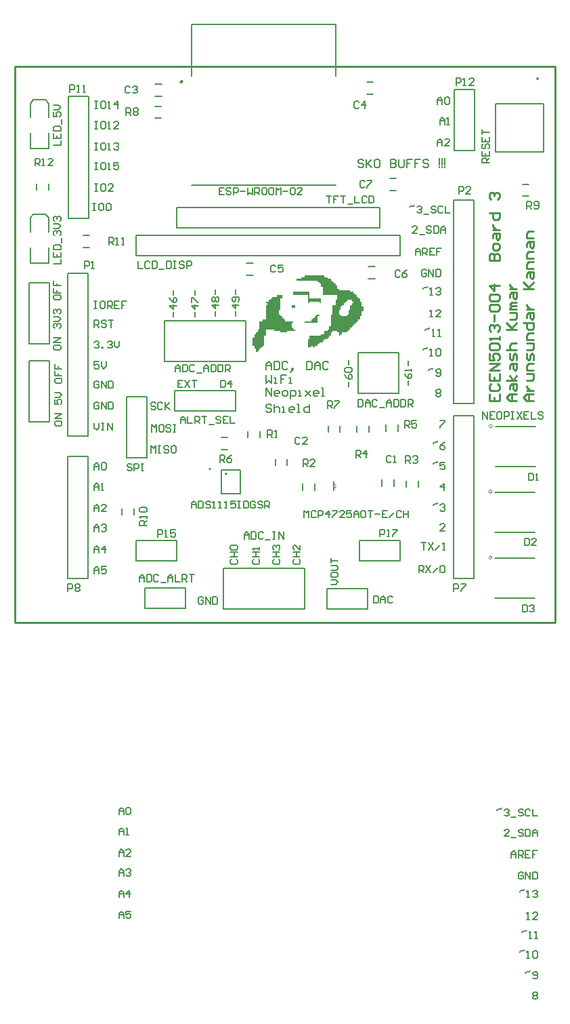
<source format=gto>
G04 Layer_Color=65535*
%FSLAX25Y25*%
%MOIN*%
G70*
G01*
G75*
%ADD20C,0.01000*%
%ADD30C,0.00787*%
%ADD31C,0.00000*%
%ADD32C,0.01575*%
%ADD33C,0.00600*%
%ADD34C,0.00500*%
%ADD35C,0.00700*%
G36*
X150000Y150400D02*
X149200D01*
Y149600D01*
Y148800D01*
Y148000D01*
Y147200D01*
X142800D01*
Y148000D01*
X146000D01*
Y148800D01*
X146800D01*
Y149600D01*
X147600D01*
Y150400D01*
X148400D01*
Y151200D01*
X150000D01*
Y150400D01*
D02*
G37*
G36*
X131600Y160000D02*
Y159200D01*
X130800D01*
Y158400D01*
Y157600D01*
Y156800D01*
Y156000D01*
Y155200D01*
Y154400D01*
Y153600D01*
X130000D01*
Y152800D01*
Y152000D01*
Y151200D01*
X130800D01*
Y150400D01*
X131600D01*
Y149600D01*
X132400D01*
Y148800D01*
X133200D01*
Y148000D01*
X137200D01*
Y147200D01*
X136400D01*
Y146400D01*
Y145600D01*
Y144800D01*
X137200D01*
Y144000D01*
X138000D01*
Y143200D01*
X134000D01*
Y142400D01*
X130800D01*
Y143200D01*
X127600D01*
Y144000D01*
X123600D01*
Y143200D01*
Y142400D01*
Y141600D01*
Y140800D01*
X122800D01*
Y140000D01*
Y139200D01*
Y138400D01*
Y137600D01*
Y136800D01*
Y136000D01*
X122000D01*
Y135200D01*
X121200D01*
Y134400D01*
X120400D01*
Y133600D01*
X119600D01*
Y132800D01*
X118800D01*
Y133600D01*
Y134400D01*
X118000D01*
Y135200D01*
Y136000D01*
X117200D01*
Y136800D01*
Y137600D01*
Y138400D01*
Y139200D01*
Y140000D01*
X118000D01*
Y140800D01*
Y141600D01*
X118800D01*
Y142400D01*
X119600D01*
Y143200D01*
Y144000D01*
X120400D01*
Y144800D01*
Y145600D01*
Y146400D01*
Y147200D01*
Y148000D01*
X122000D01*
Y148800D01*
X123600D01*
Y149600D01*
Y150400D01*
Y151200D01*
Y152000D01*
Y152800D01*
Y153600D01*
Y154400D01*
Y155200D01*
Y156000D01*
X124400D01*
Y156800D01*
X123600D01*
Y157600D01*
X125200D01*
Y158400D01*
X126000D01*
Y159200D01*
X126800D01*
Y160000D01*
X129200D01*
Y160800D01*
X131600D01*
Y160000D01*
D02*
G37*
G36*
X152400Y169600D02*
X154000D01*
Y168800D01*
X155600D01*
Y168000D01*
X156400D01*
Y167200D01*
X157200D01*
Y166400D01*
X158000D01*
Y165600D01*
X158800D01*
Y164800D01*
Y164000D01*
X159600D01*
Y163200D01*
X165200D01*
Y162400D01*
X166800D01*
Y161600D01*
X167600D01*
Y160800D01*
X168400D01*
Y160000D01*
X169200D01*
Y159200D01*
X170000D01*
Y158400D01*
Y157600D01*
X170800D01*
Y156800D01*
Y156000D01*
Y155200D01*
X171600D01*
Y154400D01*
Y153600D01*
Y152800D01*
X170800D01*
Y152000D01*
Y151200D01*
Y150400D01*
X170000D01*
Y149600D01*
Y148800D01*
X169200D01*
Y148000D01*
X168400D01*
Y147200D01*
X167600D01*
Y146400D01*
X166800D01*
Y145600D01*
X166000D01*
Y144800D01*
X165200D01*
Y144000D01*
X164400D01*
Y143200D01*
X163600D01*
Y142400D01*
X161200D01*
Y141600D01*
X160400D01*
Y140800D01*
X159600D01*
Y141600D01*
Y142400D01*
X158800D01*
Y143200D01*
X156400D01*
Y142400D01*
X155600D01*
Y141600D01*
Y140800D01*
X154800D01*
Y140000D01*
X154000D01*
Y139200D01*
X152400D01*
Y138400D01*
X151600D01*
Y137600D01*
X150000D01*
Y136800D01*
X149200D01*
Y136000D01*
X147600D01*
Y135200D01*
X146800D01*
Y136000D01*
X146000D01*
Y135200D01*
X144400D01*
Y136000D01*
Y136800D01*
Y137600D01*
Y138400D01*
Y139200D01*
X145200D01*
Y140000D01*
Y140800D01*
X150800D01*
Y141600D01*
X152400D01*
Y142400D01*
Y143200D01*
X154000D01*
Y144000D01*
X154800D01*
Y144800D01*
Y145600D01*
X155600D01*
Y146400D01*
Y147200D01*
Y148000D01*
Y148800D01*
Y149600D01*
Y150400D01*
Y151200D01*
X156400D01*
Y152000D01*
Y152800D01*
Y153600D01*
Y154400D01*
Y155200D01*
Y156000D01*
X158000D01*
Y156800D01*
Y157600D01*
Y158400D01*
X158800D01*
Y159200D01*
Y160000D01*
Y160800D01*
X151600D01*
Y161600D01*
Y162400D01*
Y163200D01*
Y164000D01*
Y164800D01*
X150800D01*
Y165600D01*
Y166400D01*
X150000D01*
Y167200D01*
X149200D01*
Y168000D01*
X138800D01*
Y168800D01*
X141200D01*
Y169600D01*
X142800D01*
Y170400D01*
X152400D01*
Y169600D01*
D02*
G37*
G36*
X145200Y161600D02*
Y160800D01*
Y160000D01*
Y159200D01*
X150800D01*
Y158400D01*
Y157600D01*
Y156800D01*
X150000D01*
Y157600D01*
X145200D01*
Y156800D01*
X144400D01*
Y157600D01*
Y158400D01*
Y159200D01*
Y160000D01*
Y160800D01*
X137200D01*
Y161600D01*
Y162400D01*
X145200D01*
Y161600D01*
D02*
G37*
G36*
X138000Y155200D02*
Y154400D01*
X136400D01*
Y155200D01*
Y156000D01*
X138000D01*
Y155200D01*
D02*
G37*
%LPC*%
G36*
X166000Y158400D02*
X163600D01*
Y157600D01*
X162800D01*
Y156800D01*
X162000D01*
Y156000D01*
X161200D01*
Y155200D01*
X160400D01*
Y154400D01*
Y153600D01*
X159600D01*
Y152800D01*
Y152000D01*
Y151200D01*
X160400D01*
Y150400D01*
X163600D01*
Y151200D01*
X164400D01*
Y152000D01*
Y152800D01*
Y153600D01*
X165200D01*
Y154400D01*
Y155200D01*
Y156000D01*
X166000D01*
Y156800D01*
X166800D01*
Y157600D01*
X166000D01*
Y158400D01*
D02*
G37*
%LPD*%
D20*
X233705Y112132D02*
Y108800D01*
X238704D01*
Y112132D01*
X236205Y108800D02*
Y110466D01*
X234539Y117131D02*
X233705Y116298D01*
Y114631D01*
X234539Y113798D01*
X237871D01*
X238704Y114631D01*
Y116298D01*
X237871Y117131D01*
X233705Y122129D02*
Y118797D01*
X238704D01*
Y122129D01*
X236205Y118797D02*
Y120463D01*
X238704Y123795D02*
X233705D01*
X238704Y127127D01*
X233705D01*
Y132126D02*
Y128794D01*
X236205D01*
X235372Y130460D01*
Y131293D01*
X236205Y132126D01*
X237871D01*
X238704Y131293D01*
Y129627D01*
X237871Y128794D01*
X234539Y133792D02*
X233705Y134625D01*
Y136291D01*
X234539Y137124D01*
X237871D01*
X238704Y136291D01*
Y134625D01*
X237871Y133792D01*
X234539D01*
X238704Y138790D02*
Y140456D01*
Y139623D01*
X233705D01*
X234539Y138790D01*
Y142956D02*
X233705Y143789D01*
Y145455D01*
X234539Y146288D01*
X235372D01*
X236205Y145455D01*
Y144622D01*
Y145455D01*
X237038Y146288D01*
X237871D01*
X238704Y145455D01*
Y143789D01*
X237871Y142956D01*
X236205Y147954D02*
Y151286D01*
X234539Y152952D02*
X233705Y153785D01*
Y155452D01*
X234539Y156285D01*
X237871D01*
X238704Y155452D01*
Y153785D01*
X237871Y152952D01*
X234539D01*
Y157951D02*
X233705Y158784D01*
Y160450D01*
X234539Y161283D01*
X237871D01*
X238704Y160450D01*
Y158784D01*
X237871Y157951D01*
X234539D01*
X238704Y165448D02*
X233705D01*
X236205Y162949D01*
Y166281D01*
X233705Y177944D02*
X238704D01*
Y180444D01*
X237871Y181277D01*
X237038D01*
X236205Y180444D01*
Y177944D01*
Y180444D01*
X235372Y181277D01*
X234539D01*
X233705Y180444D01*
Y177944D01*
X238704Y183776D02*
Y185442D01*
X237871Y186275D01*
X236205D01*
X235372Y185442D01*
Y183776D01*
X236205Y182943D01*
X237871D01*
X238704Y183776D01*
X235372Y188774D02*
Y190440D01*
X236205Y191273D01*
X238704D01*
Y188774D01*
X237871Y187941D01*
X237038Y188774D01*
Y191273D01*
X235372Y192939D02*
X238704D01*
X237038D01*
X236205Y193772D01*
X235372Y194606D01*
Y195439D01*
X233705Y201270D02*
X238704D01*
Y198771D01*
X237871Y197938D01*
X236205D01*
X235372Y198771D01*
Y201270D01*
X234539Y207934D02*
X233705Y208768D01*
Y210434D01*
X234539Y211267D01*
X235372D01*
X236205Y210434D01*
Y209601D01*
Y210434D01*
X237038Y211267D01*
X237871D01*
X238704Y210434D01*
Y208768D01*
X237871Y207934D01*
X247102Y108800D02*
X243770D01*
X242104Y110466D01*
X243770Y112132D01*
X247102D01*
X244603D01*
Y108800D01*
X243770Y114631D02*
Y116298D01*
X244603Y117131D01*
X247102D01*
Y114631D01*
X246269Y113798D01*
X245436Y114631D01*
Y117131D01*
X247102Y118797D02*
X242104D01*
X245436D02*
X243770Y121296D01*
X245436Y118797D02*
X247102Y121296D01*
X243770Y124628D02*
Y126294D01*
X244603Y127127D01*
X247102D01*
Y124628D01*
X246269Y123795D01*
X245436Y124628D01*
Y127127D01*
X247102Y128794D02*
Y131293D01*
X246269Y132126D01*
X245436Y131293D01*
Y129627D01*
X244603Y128794D01*
X243770Y129627D01*
Y132126D01*
X242104Y133792D02*
X247102D01*
X244603D01*
X243770Y134625D01*
Y136291D01*
X244603Y137124D01*
X247102D01*
X242104Y143789D02*
X247102D01*
X245436D01*
X242104Y147121D01*
X244603Y144622D01*
X247102Y147121D01*
X243770Y148787D02*
X246269D01*
X247102Y149620D01*
Y152119D01*
X243770D01*
X247102Y153785D02*
X243770D01*
Y154619D01*
X244603Y155452D01*
X247102D01*
X244603D01*
X243770Y156285D01*
X244603Y157118D01*
X247102D01*
X243770Y159617D02*
Y161283D01*
X244603Y162116D01*
X247102D01*
Y159617D01*
X246269Y158784D01*
X245436Y159617D01*
Y162116D01*
X243770Y163782D02*
X247102D01*
X245436D01*
X244603Y164615D01*
X243770Y165448D01*
Y166281D01*
X255500Y108800D02*
X252168D01*
X250502Y110466D01*
X252168Y112132D01*
X255500D01*
X253001D01*
Y108800D01*
X252168Y113798D02*
X255500D01*
X253834D01*
X253001Y114631D01*
X252168Y115464D01*
Y116298D01*
Y118797D02*
X254667D01*
X255500Y119630D01*
Y122129D01*
X252168D01*
X255500Y123795D02*
X252168D01*
Y126294D01*
X253001Y127127D01*
X255500D01*
Y128794D02*
Y131293D01*
X254667Y132126D01*
X253834Y131293D01*
Y129627D01*
X253001Y128794D01*
X252168Y129627D01*
Y132126D01*
Y133792D02*
X254667D01*
X255500Y134625D01*
Y137124D01*
X252168D01*
X255500Y138790D02*
X252168D01*
Y141289D01*
X253001Y142122D01*
X255500D01*
X250502Y147121D02*
X255500D01*
Y144622D01*
X254667Y143789D01*
X253001D01*
X252168Y144622D01*
Y147121D01*
Y149620D02*
Y151286D01*
X253001Y152119D01*
X255500D01*
Y149620D01*
X254667Y148787D01*
X253834Y149620D01*
Y152119D01*
X252168Y153785D02*
X255500D01*
X253834D01*
X253001Y154619D01*
X252168Y155452D01*
Y156285D01*
X250502Y163782D02*
X255500D01*
X253834D01*
X250502Y167114D01*
X253001Y164615D01*
X255500Y167114D01*
X252168Y169614D02*
Y171280D01*
X253001Y172113D01*
X255500D01*
Y169614D01*
X254667Y168781D01*
X253834Y169614D01*
Y172113D01*
X255500Y173779D02*
X252168D01*
Y176278D01*
X253001Y177111D01*
X255500D01*
Y178777D02*
X252168D01*
Y181277D01*
X253001Y182110D01*
X255500D01*
X252168Y184609D02*
Y186275D01*
X253001Y187108D01*
X255500D01*
Y184609D01*
X254667Y183776D01*
X253834Y184609D01*
Y187108D01*
X255500Y188774D02*
X252168D01*
Y191273D01*
X253001Y192106D01*
X255500D01*
X266200Y0D02*
Y273200D01*
X-100D02*
X266200D01*
X-100Y0D02*
Y273200D01*
Y0D02*
X266200D01*
D30*
X96483Y75399D02*
G03*
X96483Y75399I-319J0D01*
G01*
X104510Y73037D02*
G03*
X104510Y73037I-472J0D01*
G01*
X257748Y267216D02*
G03*
X257748Y267216I-394J0D01*
G01*
X180747Y67025D02*
Y70175D01*
X186653Y67025D02*
Y70175D01*
X188553Y94025D02*
Y97175D01*
X182647Y94025D02*
Y97175D01*
X147553Y64925D02*
Y68075D01*
X141647Y64925D02*
Y68075D01*
X154247Y93425D02*
Y96575D01*
X160153Y93425D02*
Y96575D01*
X59800Y180100D02*
X182300D01*
X189800D01*
Y190100D01*
X59800D02*
X189800D01*
X59800Y180100D02*
Y190100D01*
X179800Y193800D02*
Y203800D01*
X79800Y193800D02*
X179800D01*
X79800D02*
Y203800D01*
X87300D01*
X179800D01*
X101872Y63194D02*
Y75006D01*
Y63194D02*
X110928D01*
Y75006D01*
X101872D02*
X110928D01*
X249925Y209447D02*
X253075D01*
X249925Y215353D02*
X253075D01*
X113800Y128100D02*
Y148100D01*
X73800Y128100D02*
Y148100D01*
X113800D01*
X73800Y128100D02*
X113800D01*
X78600Y103800D02*
Y113800D01*
X108600D01*
Y103800D02*
Y113800D01*
X78600Y103800D02*
X108600D01*
X64000Y17000D02*
X84000D01*
X64000Y7000D02*
Y17000D01*
Y7000D02*
X84000D01*
Y17000D01*
X153600Y6400D02*
X173600D01*
Y16400D01*
X153600D02*
X173600D01*
X153600Y6400D02*
Y16400D01*
X142800Y6700D02*
Y26700D01*
X102800Y6700D02*
Y26700D01*
X142800D01*
X102800Y6700D02*
X142800D01*
X59800Y40100D02*
X79800D01*
X59800Y30100D02*
Y40100D01*
Y30100D02*
X79800D01*
Y40100D01*
X169800D02*
X189800D01*
X169800Y30100D02*
Y40100D01*
Y30100D02*
X189800D01*
Y40100D01*
X52847Y52740D02*
Y55890D01*
X58753Y52740D02*
Y55890D01*
X114210Y170647D02*
X117360D01*
X114210Y176553D02*
X117360D01*
X184725Y218253D02*
X187875D01*
X184725Y212347D02*
X187875D01*
X174125Y168947D02*
X177275D01*
X174125Y174853D02*
X177275D01*
X216500Y261900D02*
X226500D01*
Y231900D02*
Y261900D01*
X216500Y231900D02*
X226500D01*
X216500D02*
Y261900D01*
X198753Y66525D02*
Y69675D01*
X192847Y66525D02*
Y69675D01*
X128247Y77125D02*
Y80275D01*
X134153Y77125D02*
Y80275D01*
X101725Y84947D02*
X104875D01*
X101725Y90853D02*
X104875D01*
X120653Y90825D02*
Y93975D01*
X114747Y90825D02*
Y93975D01*
X169000Y112400D02*
X189000D01*
Y132400D01*
X169000Y112400D02*
Y132400D01*
X189000D01*
X68925Y253653D02*
X72075D01*
X68925Y247747D02*
X72075D01*
X69125Y258547D02*
X72275D01*
X69125Y264453D02*
X72275D01*
X174253Y93525D02*
Y96675D01*
X168347Y93525D02*
Y96675D01*
X26400Y198500D02*
Y258500D01*
X36400Y198500D02*
Y258500D01*
X26400D02*
X36400D01*
X26400Y198500D02*
X36400D01*
X36100Y91700D02*
Y171700D01*
X26100D02*
X36100D01*
X26100Y91700D02*
Y171700D01*
Y91700D02*
X36100D01*
X216100Y107700D02*
X226100D01*
X216100D02*
Y207700D01*
X226100D01*
Y200200D02*
Y207700D01*
Y107700D02*
Y200200D01*
X173225Y265453D02*
X176375D01*
X173225Y259547D02*
X176375D01*
X226100Y21700D02*
Y101700D01*
X216100D02*
X226100D01*
X216100Y21700D02*
Y101700D01*
Y21700D02*
X226100D01*
X26100D02*
Y81700D01*
X36100Y21700D02*
Y81700D01*
X26100D02*
X36100D01*
X26100Y21700D02*
X36100D01*
X55200Y80900D02*
X65200D01*
X55200D02*
Y110900D01*
X65200D01*
Y80900D02*
Y110900D01*
X16553Y212525D02*
Y215675D01*
X10647Y212525D02*
Y215675D01*
X16628Y232983D02*
Y240463D01*
X7572Y232983D02*
Y240463D01*
Y232983D02*
X16628D01*
X9147Y256998D02*
X15053D01*
X16628Y248337D02*
Y255030D01*
X7572D02*
X9147Y256998D01*
X15053D02*
X16628Y255030D01*
X7572Y248337D02*
Y255030D01*
X16628Y176683D02*
Y184163D01*
X7572Y176683D02*
Y184163D01*
Y176683D02*
X16628D01*
X9147Y200698D02*
X15053D01*
X16628Y192037D02*
Y198730D01*
X7572D02*
X9147Y200698D01*
X15053D02*
X16628Y198730D01*
X7572Y192037D02*
Y198730D01*
X7100Y98500D02*
X17100D01*
X7100D02*
Y128500D01*
X17100D01*
Y98500D02*
Y128500D01*
X7100Y136900D02*
X17100D01*
X7100D02*
Y166900D01*
X17100D01*
Y136900D02*
Y166900D01*
X33625Y190153D02*
X36775D01*
X33625Y184247D02*
X36775D01*
D31*
X156900Y65800D02*
G03*
X156900Y68200I0J1200D01*
G01*
X235168Y96457D02*
G03*
X235168Y96457I-787J0D01*
G01*
X235068Y31857D02*
G03*
X235068Y31857I-787J0D01*
G01*
Y64258D02*
G03*
X235068Y64258I-787J0D01*
G01*
D32*
X82146Y265791D02*
G03*
X82146Y265791I-197J0D01*
G01*
D33*
X156900Y64800D02*
Y65800D01*
Y68200D01*
Y69200D01*
D34*
X87067Y293744D02*
X157933D01*
Y268705D02*
Y293744D01*
X87067Y268705D02*
Y293744D01*
Y215004D02*
X157933D01*
X236689Y231189D02*
Y254811D01*
Y231189D02*
X260311D01*
Y254811D01*
X236689D02*
X260311D01*
X236557Y76457D02*
X256243D01*
X236557Y96143D02*
X256243D01*
X236457Y11857D02*
X256143D01*
X236457Y31543D02*
X256143D01*
X236457Y44257D02*
X256143D01*
X236457Y63943D02*
X256143D01*
X185333Y81416D02*
X184749Y81999D01*
X183583D01*
X183000Y81416D01*
Y79083D01*
X183583Y78500D01*
X184749D01*
X185333Y79083D01*
X186499Y78500D02*
X187665D01*
X187082D01*
Y81999D01*
X186499Y81416D01*
X140433Y90416D02*
X139849Y90999D01*
X138683D01*
X138100Y90416D01*
Y88083D01*
X138683Y87500D01*
X139849D01*
X140433Y88083D01*
X143931Y87500D02*
X141599D01*
X143931Y89833D01*
Y90416D01*
X143348Y90999D01*
X142182D01*
X141599Y90416D01*
X56733Y263016D02*
X56149Y263599D01*
X54983D01*
X54400Y263016D01*
Y260683D01*
X54983Y260100D01*
X56149D01*
X56733Y260683D01*
X57899Y263016D02*
X58482Y263599D01*
X59648D01*
X60231Y263016D01*
Y262433D01*
X59648Y261849D01*
X59065D01*
X59648D01*
X60231Y261266D01*
Y260683D01*
X59648Y260100D01*
X58482D01*
X57899Y260683D01*
X169533Y255516D02*
X168949Y256099D01*
X167783D01*
X167200Y255516D01*
Y253183D01*
X167783Y252600D01*
X168949D01*
X169533Y253183D01*
X172448Y252600D02*
Y256099D01*
X170699Y254349D01*
X173031D01*
X128433Y175016D02*
X127849Y175599D01*
X126683D01*
X126100Y175016D01*
Y172683D01*
X126683Y172100D01*
X127849D01*
X128433Y172683D01*
X131931Y175599D02*
X129599D01*
Y173849D01*
X130765Y174433D01*
X131348D01*
X131931Y173849D01*
Y172683D01*
X131348Y172100D01*
X130182D01*
X129599Y172683D01*
X189633Y172616D02*
X189049Y173199D01*
X187883D01*
X187300Y172616D01*
Y170283D01*
X187883Y169700D01*
X189049D01*
X189633Y170283D01*
X193131Y173199D02*
X191965Y172616D01*
X190799Y171449D01*
Y170283D01*
X191382Y169700D01*
X192548D01*
X193131Y170283D01*
Y170866D01*
X192548Y171449D01*
X190799D01*
X172333Y216516D02*
X171749Y217099D01*
X170583D01*
X170000Y216516D01*
Y214183D01*
X170583Y213600D01*
X171749D01*
X172333Y214183D01*
X173499Y217099D02*
X175831D01*
Y216516D01*
X173499Y214183D01*
Y213600D01*
X253100Y73299D02*
Y69800D01*
X254849D01*
X255433Y70383D01*
Y72716D01*
X254849Y73299D01*
X253100D01*
X256599Y69800D02*
X257765D01*
X257182D01*
Y73299D01*
X256599Y72716D01*
X251000Y41299D02*
Y37800D01*
X252749D01*
X253333Y38383D01*
Y40716D01*
X252749Y41299D01*
X251000D01*
X256831Y37800D02*
X254499D01*
X256831Y40133D01*
Y40716D01*
X256248Y41299D01*
X255082D01*
X254499Y40716D01*
X249900Y8599D02*
Y5100D01*
X251649D01*
X252233Y5683D01*
Y8016D01*
X251649Y8599D01*
X249900D01*
X253399Y8016D02*
X253982Y8599D01*
X255148D01*
X255731Y8016D01*
Y7433D01*
X255148Y6849D01*
X254565D01*
X255148D01*
X255731Y6266D01*
Y5683D01*
X255148Y5100D01*
X253982D01*
X253399Y5683D01*
X34300Y173900D02*
Y177399D01*
X36049D01*
X36633Y176816D01*
Y175649D01*
X36049Y175066D01*
X34300D01*
X37799Y173900D02*
X38965D01*
X38382D01*
Y177399D01*
X37799Y176816D01*
X218700Y210700D02*
Y214199D01*
X220449D01*
X221033Y213616D01*
Y212449D01*
X220449Y211866D01*
X218700D01*
X224531Y210700D02*
X222199D01*
X224531Y213033D01*
Y213616D01*
X223948Y214199D01*
X222782D01*
X222199Y213616D01*
X61400Y20000D02*
Y22333D01*
X62566Y23499D01*
X63733Y22333D01*
Y20000D01*
Y21749D01*
X61400D01*
X64899Y23499D02*
Y20000D01*
X66648D01*
X67231Y20583D01*
Y22916D01*
X66648Y23499D01*
X64899D01*
X70730Y22916D02*
X70147Y23499D01*
X68981D01*
X68398Y22916D01*
Y20583D01*
X68981Y20000D01*
X70147D01*
X70730Y20583D01*
X71897Y19417D02*
X74229D01*
X75396Y20000D02*
Y22333D01*
X76562Y23499D01*
X77728Y22333D01*
Y20000D01*
Y21749D01*
X75396D01*
X78894Y23499D02*
Y20000D01*
X81227D01*
X82393D02*
Y23499D01*
X84143D01*
X84726Y22916D01*
Y21749D01*
X84143Y21166D01*
X82393D01*
X83560D02*
X84726Y20000D01*
X85892Y23499D02*
X88225D01*
X87058D01*
Y20000D01*
X176700Y12899D02*
Y9400D01*
X178449D01*
X179033Y9983D01*
Y12316D01*
X178449Y12899D01*
X176700D01*
X180199Y9400D02*
Y11733D01*
X181365Y12899D01*
X182531Y11733D01*
Y9400D01*
Y11149D01*
X180199D01*
X186030Y12316D02*
X185447Y12899D01*
X184281D01*
X183698Y12316D01*
Y9983D01*
X184281Y9400D01*
X185447D01*
X186030Y9983D01*
X113000Y41000D02*
Y43333D01*
X114166Y44499D01*
X115333Y43333D01*
Y41000D01*
Y42749D01*
X113000D01*
X116499Y44499D02*
Y41000D01*
X118248D01*
X118831Y41583D01*
Y43916D01*
X118248Y44499D01*
X116499D01*
X122330Y43916D02*
X121747Y44499D01*
X120581D01*
X119998Y43916D01*
Y41583D01*
X120581Y41000D01*
X121747D01*
X122330Y41583D01*
X123497Y40417D02*
X125829D01*
X126996Y44499D02*
X128162D01*
X127579D01*
Y41000D01*
X126996D01*
X128162D01*
X129911D02*
Y44499D01*
X132244Y41000D01*
Y44499D01*
X81700Y97800D02*
Y100133D01*
X82866Y101299D01*
X84033Y100133D01*
Y97800D01*
Y99549D01*
X81700D01*
X85199Y101299D02*
Y97800D01*
X87531D01*
X88698D02*
Y101299D01*
X90447D01*
X91030Y100716D01*
Y99549D01*
X90447Y98966D01*
X88698D01*
X89864D02*
X91030Y97800D01*
X92197Y101299D02*
X94529D01*
X93363D01*
Y97800D01*
X95696Y97217D02*
X98028D01*
X101527Y100716D02*
X100944Y101299D01*
X99778D01*
X99194Y100716D01*
Y100133D01*
X99778Y99549D01*
X100944D01*
X101527Y98966D01*
Y98383D01*
X100944Y97800D01*
X99778D01*
X99194Y98383D01*
X105026Y101299D02*
X102693D01*
Y97800D01*
X105026D01*
X102693Y99549D02*
X103859D01*
X106192Y101299D02*
Y97800D01*
X108525D01*
X216200Y15300D02*
Y18799D01*
X217949D01*
X218533Y18216D01*
Y17049D01*
X217949Y16466D01*
X216200D01*
X219699Y18799D02*
X222031D01*
Y18216D01*
X219699Y15883D01*
Y15300D01*
X26200D02*
Y18799D01*
X27949D01*
X28533Y18216D01*
Y17049D01*
X27949Y16466D01*
X26200D01*
X29699Y18216D02*
X30282Y18799D01*
X31448D01*
X32032Y18216D01*
Y17633D01*
X31448Y17049D01*
X32032Y16466D01*
Y15883D01*
X31448Y15300D01*
X30282D01*
X29699Y15883D01*
Y16466D01*
X30282Y17049D01*
X29699Y17633D01*
Y18216D01*
X30282Y17049D02*
X31448D01*
X169100Y109499D02*
Y106000D01*
X170849D01*
X171433Y106583D01*
Y108916D01*
X170849Y109499D01*
X169100D01*
X172599Y106000D02*
Y108333D01*
X173765Y109499D01*
X174931Y108333D01*
Y106000D01*
Y107749D01*
X172599D01*
X178430Y108916D02*
X177847Y109499D01*
X176681D01*
X176098Y108916D01*
Y106583D01*
X176681Y106000D01*
X177847D01*
X178430Y106583D01*
X179597Y105417D02*
X181929D01*
X183096Y106000D02*
Y108333D01*
X184262Y109499D01*
X185428Y108333D01*
Y106000D01*
Y107749D01*
X183096D01*
X186594Y109499D02*
Y106000D01*
X188344D01*
X188927Y106583D01*
Y108916D01*
X188344Y109499D01*
X186594D01*
X190093D02*
Y106000D01*
X191843D01*
X192426Y106583D01*
Y108916D01*
X191843Y109499D01*
X190093D01*
X193592Y106000D02*
Y109499D01*
X195342D01*
X195925Y108916D01*
Y107749D01*
X195342Y107166D01*
X193592D01*
X194758D02*
X195925Y106000D01*
X79200Y123200D02*
Y125533D01*
X80366Y126699D01*
X81533Y125533D01*
Y123200D01*
Y124949D01*
X79200D01*
X82699Y126699D02*
Y123200D01*
X84448D01*
X85031Y123783D01*
Y126116D01*
X84448Y126699D01*
X82699D01*
X88530Y126116D02*
X87947Y126699D01*
X86781D01*
X86198Y126116D01*
Y123783D01*
X86781Y123200D01*
X87947D01*
X88530Y123783D01*
X89697Y122617D02*
X92029D01*
X93195Y123200D02*
Y125533D01*
X94362Y126699D01*
X95528Y125533D01*
Y123200D01*
Y124949D01*
X93195D01*
X96694Y126699D02*
Y123200D01*
X98444D01*
X99027Y123783D01*
Y126116D01*
X98444Y126699D01*
X96694D01*
X100193D02*
Y123200D01*
X101943D01*
X102526Y123783D01*
Y126116D01*
X101943Y126699D01*
X100193D01*
X103692Y123200D02*
Y126699D01*
X105441D01*
X106025Y126116D01*
Y124949D01*
X105441Y124366D01*
X103692D01*
X104858D02*
X106025Y123200D01*
X27200Y260600D02*
Y264099D01*
X28949D01*
X29533Y263516D01*
Y262349D01*
X28949Y261766D01*
X27200D01*
X30699Y260600D02*
X31865D01*
X31282D01*
Y264099D01*
X30699Y263516D01*
X33615Y260600D02*
X34781D01*
X34198D01*
Y264099D01*
X33615Y263516D01*
X217300Y264000D02*
Y267499D01*
X219049D01*
X219633Y266916D01*
Y265749D01*
X219049Y265166D01*
X217300D01*
X220799Y264000D02*
X221965D01*
X221382D01*
Y267499D01*
X220799Y266916D01*
X226047Y264000D02*
X223715D01*
X226047Y266333D01*
Y266916D01*
X225464Y267499D01*
X224298D01*
X223715Y266916D01*
X57633Y77416D02*
X57049Y77999D01*
X55883D01*
X55300Y77416D01*
Y76833D01*
X55883Y76249D01*
X57049D01*
X57633Y75666D01*
Y75083D01*
X57049Y74500D01*
X55883D01*
X55300Y75083D01*
X58799Y74500D02*
Y77999D01*
X60548D01*
X61131Y77416D01*
Y76249D01*
X60548Y75666D01*
X58799D01*
X62298Y77999D02*
X63464D01*
X62881D01*
Y74500D01*
X62298D01*
X63464D01*
X60700Y177499D02*
Y174000D01*
X63033D01*
X66531Y176916D02*
X65948Y177499D01*
X64782D01*
X64199Y176916D01*
Y174583D01*
X64782Y174000D01*
X65948D01*
X66531Y174583D01*
X67698Y177499D02*
Y174000D01*
X69447D01*
X70030Y174583D01*
Y176916D01*
X69447Y177499D01*
X67698D01*
X71197Y173417D02*
X73529D01*
X74695Y177499D02*
Y174000D01*
X76445D01*
X77028Y174583D01*
Y176916D01*
X76445Y177499D01*
X74695D01*
X78194D02*
X79361D01*
X78777D01*
Y174000D01*
X78194D01*
X79361D01*
X83443Y176916D02*
X82859Y177499D01*
X81693D01*
X81110Y176916D01*
Y176333D01*
X81693Y175749D01*
X82859D01*
X83443Y175166D01*
Y174583D01*
X82859Y174000D01*
X81693D01*
X81110Y174583D01*
X84609Y174000D02*
Y177499D01*
X86358D01*
X86941Y176916D01*
Y175749D01*
X86358Y175166D01*
X84609D01*
X70400Y41900D02*
Y45399D01*
X72149D01*
X72733Y44816D01*
Y43649D01*
X72149Y43066D01*
X70400D01*
X73899Y41900D02*
X75065D01*
X74482D01*
Y45399D01*
X73899Y44816D01*
X79147Y45399D02*
X76815D01*
Y43649D01*
X77981Y44233D01*
X78564D01*
X79147Y43649D01*
Y42483D01*
X78564Y41900D01*
X77398D01*
X76815Y42483D01*
X153400Y209599D02*
X155733D01*
X154566D01*
Y206100D01*
X159231Y209599D02*
X156899D01*
Y207849D01*
X158065D01*
X156899D01*
Y206100D01*
X160398Y209599D02*
X162730D01*
X161564D01*
Y206100D01*
X163897Y205517D02*
X166229D01*
X167395Y209599D02*
Y206100D01*
X169728D01*
X173227Y209016D02*
X172644Y209599D01*
X171477D01*
X170894Y209016D01*
Y206683D01*
X171477Y206100D01*
X172644D01*
X173227Y206683D01*
X174393Y209599D02*
Y206100D01*
X176143D01*
X176726Y206683D01*
Y209016D01*
X176143Y209599D01*
X174393D01*
X179800Y42200D02*
Y45699D01*
X181549D01*
X182133Y45116D01*
Y43949D01*
X181549Y43366D01*
X179800D01*
X183299Y42200D02*
X184465D01*
X183882D01*
Y45699D01*
X183299Y45116D01*
X186215Y45699D02*
X188547D01*
Y45116D01*
X186215Y42783D01*
Y42200D01*
X124500Y90900D02*
Y94399D01*
X126249D01*
X126833Y93816D01*
Y92649D01*
X126249Y92066D01*
X124500D01*
X125666D02*
X126833Y90900D01*
X127999D02*
X129165D01*
X128582D01*
Y94399D01*
X127999Y93816D01*
X141900Y76600D02*
Y80099D01*
X143649D01*
X144233Y79516D01*
Y78349D01*
X143649Y77766D01*
X141900D01*
X143066D02*
X144233Y76600D01*
X147731D02*
X145399D01*
X147731Y78933D01*
Y79516D01*
X147148Y80099D01*
X145982D01*
X145399Y79516D01*
X192400Y78300D02*
Y81799D01*
X194149D01*
X194733Y81216D01*
Y80049D01*
X194149Y79466D01*
X192400D01*
X193566D02*
X194733Y78300D01*
X195899Y81216D02*
X196482Y81799D01*
X197648D01*
X198231Y81216D01*
Y80633D01*
X197648Y80049D01*
X197065D01*
X197648D01*
X198231Y79466D01*
Y78883D01*
X197648Y78300D01*
X196482D01*
X195899Y78883D01*
X167900Y81000D02*
Y84499D01*
X169649D01*
X170233Y83916D01*
Y82749D01*
X169649Y82166D01*
X167900D01*
X169066D02*
X170233Y81000D01*
X173148D02*
Y84499D01*
X171399Y82749D01*
X173731D01*
X192000Y95600D02*
Y99099D01*
X193749D01*
X194333Y98516D01*
Y97349D01*
X193749Y96766D01*
X192000D01*
X193166D02*
X194333Y95600D01*
X197831Y99099D02*
X195499D01*
Y97349D01*
X196665Y97933D01*
X197248D01*
X197831Y97349D01*
Y96183D01*
X197248Y95600D01*
X196082D01*
X195499Y96183D01*
X101000Y78700D02*
Y82199D01*
X102749D01*
X103333Y81616D01*
Y80449D01*
X102749Y79866D01*
X101000D01*
X102166D02*
X103333Y78700D01*
X106831Y82199D02*
X105665Y81616D01*
X104499Y80449D01*
Y79283D01*
X105082Y78700D01*
X106248D01*
X106831Y79283D01*
Y79866D01*
X106248Y80449D01*
X104499D01*
X154000Y105300D02*
Y108799D01*
X155749D01*
X156333Y108216D01*
Y107049D01*
X155749Y106466D01*
X154000D01*
X155166D02*
X156333Y105300D01*
X157499Y108799D02*
X159831D01*
Y108216D01*
X157499Y105883D01*
Y105300D01*
X54800Y249300D02*
Y252799D01*
X56549D01*
X57133Y252216D01*
Y251049D01*
X56549Y250466D01*
X54800D01*
X55966D02*
X57133Y249300D01*
X58299Y252216D02*
X58882Y252799D01*
X60048D01*
X60631Y252216D01*
Y251633D01*
X60048Y251049D01*
X60631Y250466D01*
Y249883D01*
X60048Y249300D01*
X58882D01*
X58299Y249883D01*
Y250466D01*
X58882Y251049D01*
X58299Y251633D01*
Y252216D01*
X58882Y251049D02*
X60048D01*
X252100Y203300D02*
Y206799D01*
X253849D01*
X254433Y206216D01*
Y205049D01*
X253849Y204466D01*
X252100D01*
X253266D02*
X254433Y203300D01*
X255599Y203883D02*
X256182Y203300D01*
X257348D01*
X257931Y203883D01*
Y206216D01*
X257348Y206799D01*
X256182D01*
X255599Y206216D01*
Y205633D01*
X256182Y205049D01*
X257931D01*
X65000Y47700D02*
X61501D01*
Y49449D01*
X62084Y50033D01*
X63251D01*
X63834Y49449D01*
Y47700D01*
Y48866D02*
X65000Y50033D01*
Y51199D02*
Y52365D01*
Y51782D01*
X61501D01*
X62084Y51199D01*
Y54115D02*
X61501Y54698D01*
Y55864D01*
X62084Y56447D01*
X64417D01*
X65000Y55864D01*
Y54698D01*
X64417Y54115D01*
X62084D01*
X233600Y225800D02*
X230101D01*
Y227549D01*
X230684Y228133D01*
X231851D01*
X232434Y227549D01*
Y225800D01*
Y226966D02*
X233600Y228133D01*
X230101Y231631D02*
Y229299D01*
X233600D01*
Y231631D01*
X231851Y229299D02*
Y230465D01*
X230684Y235130D02*
X230101Y234547D01*
Y233381D01*
X230684Y232798D01*
X231267D01*
X231851Y233381D01*
Y234547D01*
X232434Y235130D01*
X233017D01*
X233600Y234547D01*
Y233381D01*
X233017Y232798D01*
X230101Y238629D02*
Y236297D01*
X233600D01*
Y238629D01*
X231851Y236297D02*
Y237463D01*
X230101Y239795D02*
Y242128D01*
Y240962D01*
X233600D01*
X142400Y51400D02*
Y54899D01*
X143566Y53733D01*
X144733Y54899D01*
Y51400D01*
X148231Y54316D02*
X147648Y54899D01*
X146482D01*
X145899Y54316D01*
Y51983D01*
X146482Y51400D01*
X147648D01*
X148231Y51983D01*
X149398Y51400D02*
Y54899D01*
X151147D01*
X151730Y54316D01*
Y53149D01*
X151147Y52566D01*
X149398D01*
X154646Y51400D02*
Y54899D01*
X152897Y53149D01*
X155229D01*
X156395Y54899D02*
X158728D01*
Y54316D01*
X156395Y51983D01*
Y51400D01*
X162227D02*
X159894D01*
X162227Y53733D01*
Y54316D01*
X161644Y54899D01*
X160477D01*
X159894Y54316D01*
X165726Y54899D02*
X163393D01*
Y53149D01*
X164559Y53733D01*
X165143D01*
X165726Y53149D01*
Y51983D01*
X165143Y51400D01*
X163976D01*
X163393Y51983D01*
X166892Y51400D02*
Y53733D01*
X168058Y54899D01*
X169225Y53733D01*
Y51400D01*
Y53149D01*
X166892D01*
X170391Y54316D02*
X170974Y54899D01*
X172140D01*
X172723Y54316D01*
Y51983D01*
X172140Y51400D01*
X170974D01*
X170391Y51983D01*
Y54316D01*
X173890Y54899D02*
X176222D01*
X175056D01*
Y51400D01*
X177389Y53149D02*
X179721D01*
X183220Y54899D02*
X180888D01*
Y51400D01*
X183220D01*
X180888Y53149D02*
X182054D01*
X184386Y51400D02*
X186719Y53733D01*
X190218Y54316D02*
X189635Y54899D01*
X188469D01*
X187885Y54316D01*
Y51983D01*
X188469Y51400D01*
X189635D01*
X190218Y51983D01*
X191384Y54899D02*
Y51400D01*
Y53149D01*
X193717D01*
Y54899D01*
Y51400D01*
X87000Y56100D02*
Y58433D01*
X88166Y59599D01*
X89333Y58433D01*
Y56100D01*
Y57849D01*
X87000D01*
X90499Y59599D02*
Y56100D01*
X92248D01*
X92831Y56683D01*
Y59016D01*
X92248Y59599D01*
X90499D01*
X96330Y59016D02*
X95747Y59599D01*
X94581D01*
X93998Y59016D01*
Y58433D01*
X94581Y57849D01*
X95747D01*
X96330Y57266D01*
Y56683D01*
X95747Y56100D01*
X94581D01*
X93998Y56683D01*
X97497Y56100D02*
X98663D01*
X98080D01*
Y59599D01*
X97497Y59016D01*
X100412Y56100D02*
X101579D01*
X100996D01*
Y59599D01*
X100412Y59016D01*
X103328Y56100D02*
X104494D01*
X103911D01*
Y59599D01*
X103328Y59016D01*
X108576Y59599D02*
X106244D01*
Y57849D01*
X107410Y58433D01*
X107993D01*
X108576Y57849D01*
Y56683D01*
X107993Y56100D01*
X106827D01*
X106244Y56683D01*
X109743Y59599D02*
X110909D01*
X110326D01*
Y56100D01*
X109743D01*
X110909D01*
X112658Y59599D02*
Y56100D01*
X114408D01*
X114991Y56683D01*
Y59016D01*
X114408Y59599D01*
X112658D01*
X118490Y59016D02*
X117907Y59599D01*
X116740D01*
X116157Y59016D01*
Y56683D01*
X116740Y56100D01*
X117907D01*
X118490Y56683D01*
Y57849D01*
X117324D01*
X121989Y59016D02*
X121405Y59599D01*
X120239D01*
X119656Y59016D01*
Y58433D01*
X120239Y57849D01*
X121405D01*
X121989Y57266D01*
Y56683D01*
X121405Y56100D01*
X120239D01*
X119656Y56683D01*
X123155Y56100D02*
Y59599D01*
X124904D01*
X125488Y59016D01*
Y57849D01*
X124904Y57266D01*
X123155D01*
X124321D02*
X125488Y56100D01*
X103033Y213699D02*
X100700D01*
Y210200D01*
X103033D01*
X100700Y211949D02*
X101866D01*
X106531Y213116D02*
X105948Y213699D01*
X104782D01*
X104199Y213116D01*
Y212533D01*
X104782Y211949D01*
X105948D01*
X106531Y211366D01*
Y210783D01*
X105948Y210200D01*
X104782D01*
X104199Y210783D01*
X107698Y210200D02*
Y213699D01*
X109447D01*
X110030Y213116D01*
Y211949D01*
X109447Y211366D01*
X107698D01*
X111197Y211949D02*
X113529D01*
X114696Y213699D02*
Y210200D01*
X115862Y211366D01*
X117028Y210200D01*
Y213699D01*
X118194Y210200D02*
Y213699D01*
X119944D01*
X120527Y213116D01*
Y211949D01*
X119944Y211366D01*
X118194D01*
X119361D02*
X120527Y210200D01*
X123443Y213699D02*
X122276D01*
X121693Y213116D01*
Y210783D01*
X122276Y210200D01*
X123443D01*
X124026Y210783D01*
Y213116D01*
X123443Y213699D01*
X126942D02*
X125775D01*
X125192Y213116D01*
Y210783D01*
X125775Y210200D01*
X126942D01*
X127525Y210783D01*
Y213116D01*
X126942Y213699D01*
X128691Y210200D02*
Y213699D01*
X129857Y212533D01*
X131024Y213699D01*
Y210200D01*
X132190Y211949D02*
X134522D01*
X135689Y213116D02*
X136272Y213699D01*
X137438D01*
X138021Y213116D01*
Y210783D01*
X137438Y210200D01*
X136272D01*
X135689Y210783D01*
Y213116D01*
X141520Y210200D02*
X139188D01*
X141520Y212533D01*
Y213116D01*
X140937Y213699D01*
X139771D01*
X139188Y213116D01*
X19101Y176100D02*
X22600D01*
Y178433D01*
X19101Y181931D02*
Y179599D01*
X22600D01*
Y181931D01*
X20851Y179599D02*
Y180765D01*
X19101Y183098D02*
X22600D01*
Y184847D01*
X22017Y185430D01*
X19684D01*
X19101Y184847D01*
Y183098D01*
X23183Y186597D02*
Y188929D01*
X19684Y190095D02*
X19101Y190679D01*
Y191845D01*
X19684Y192428D01*
X20267D01*
X20851Y191845D01*
Y191262D01*
Y191845D01*
X21434Y192428D01*
X22017D01*
X22600Y191845D01*
Y190679D01*
X22017Y190095D01*
X19101Y193594D02*
X21434D01*
X22600Y194761D01*
X21434Y195927D01*
X19101D01*
X19684Y197093D02*
X19101Y197676D01*
Y198843D01*
X19684Y199426D01*
X20267D01*
X20851Y198843D01*
Y198259D01*
Y198843D01*
X21434Y199426D01*
X22017D01*
X22600Y198843D01*
Y197676D01*
X22017Y197093D01*
X19101Y234500D02*
X22600D01*
Y236833D01*
X19101Y240331D02*
Y237999D01*
X22600D01*
Y240331D01*
X20851Y237999D02*
Y239165D01*
X19101Y241498D02*
X22600D01*
Y243247D01*
X22017Y243830D01*
X19684D01*
X19101Y243247D01*
Y241498D01*
X23183Y244997D02*
Y247329D01*
X19101Y250828D02*
Y248496D01*
X20851D01*
X20267Y249662D01*
Y250245D01*
X20851Y250828D01*
X22017D01*
X22600Y250245D01*
Y249079D01*
X22017Y248496D01*
X19101Y251994D02*
X21434D01*
X22600Y253161D01*
X21434Y254327D01*
X19101D01*
X46300Y185700D02*
Y189199D01*
X48049D01*
X48633Y188616D01*
Y187449D01*
X48049Y186866D01*
X46300D01*
X47466D02*
X48633Y185700D01*
X49799D02*
X50965D01*
X50382D01*
Y189199D01*
X49799Y188616D01*
X52715Y185700D02*
X53881D01*
X53298D01*
Y189199D01*
X52715Y188616D01*
X10000Y224500D02*
Y227999D01*
X11749D01*
X12333Y227416D01*
Y226249D01*
X11749Y225666D01*
X10000D01*
X11166D02*
X12333Y224500D01*
X13499D02*
X14665D01*
X14082D01*
Y227999D01*
X13499Y227416D01*
X18747Y224500D02*
X16415D01*
X18747Y226833D01*
Y227416D01*
X18164Y227999D01*
X16998D01*
X16415Y227416D01*
X19701Y98449D02*
Y97283D01*
X20284Y96700D01*
X22617D01*
X23200Y97283D01*
Y98449D01*
X22617Y99033D01*
X20284D01*
X19701Y98449D01*
X23200Y100199D02*
X19701D01*
X23200Y102531D01*
X19701D01*
Y109529D02*
Y107197D01*
X21451D01*
X20867Y108363D01*
Y108946D01*
X21451Y109529D01*
X22617D01*
X23200Y108946D01*
Y107780D01*
X22617Y107197D01*
X19701Y110696D02*
X22034D01*
X23200Y111862D01*
X22034Y113028D01*
X19701D01*
Y119443D02*
Y118276D01*
X20284Y117693D01*
X22617D01*
X23200Y118276D01*
Y119443D01*
X22617Y120026D01*
X20284D01*
X19701Y119443D01*
Y123525D02*
Y121192D01*
X21451D01*
Y122358D01*
Y121192D01*
X23200D01*
X19701Y127023D02*
Y124691D01*
X21451D01*
Y125857D01*
Y124691D01*
X23200D01*
X19101Y135749D02*
Y134583D01*
X19684Y134000D01*
X22017D01*
X22600Y134583D01*
Y135749D01*
X22017Y136333D01*
X19684D01*
X19101Y135749D01*
X22600Y137499D02*
X19101D01*
X22600Y139831D01*
X19101D01*
X19684Y144497D02*
X19101Y145080D01*
Y146246D01*
X19684Y146829D01*
X20267D01*
X20851Y146246D01*
Y145663D01*
Y146246D01*
X21434Y146829D01*
X22017D01*
X22600Y146246D01*
Y145080D01*
X22017Y144497D01*
X19101Y147995D02*
X21434D01*
X22600Y149162D01*
X21434Y150328D01*
X19101D01*
X19684Y151494D02*
X19101Y152077D01*
Y153244D01*
X19684Y153827D01*
X20267D01*
X20851Y153244D01*
Y152661D01*
Y153244D01*
X21434Y153827D01*
X22017D01*
X22600Y153244D01*
Y152077D01*
X22017Y151494D01*
X19101Y160241D02*
Y159075D01*
X19684Y158492D01*
X22017D01*
X22600Y159075D01*
Y160241D01*
X22017Y160825D01*
X19684D01*
X19101Y160241D01*
Y164323D02*
Y161991D01*
X20851D01*
Y163157D01*
Y161991D01*
X22600D01*
X19101Y167822D02*
Y165490D01*
X20851D01*
Y166656D01*
Y165490D01*
X22600D01*
X230400Y100000D02*
Y103499D01*
X232733Y100000D01*
Y103499D01*
X236231D02*
X233899D01*
Y100000D01*
X236231D01*
X233899Y101749D02*
X235065D01*
X239147Y103499D02*
X237981D01*
X237398Y102916D01*
Y100583D01*
X237981Y100000D01*
X239147D01*
X239730Y100583D01*
Y102916D01*
X239147Y103499D01*
X240897Y100000D02*
Y103499D01*
X242646D01*
X243229Y102916D01*
Y101749D01*
X242646Y101166D01*
X240897D01*
X244395Y103499D02*
X245562D01*
X244979D01*
Y100000D01*
X244395D01*
X245562D01*
X247311Y103499D02*
X249644Y100000D01*
Y103499D02*
X247311Y100000D01*
X253143Y103499D02*
X250810D01*
Y100000D01*
X253143D01*
X250810Y101749D02*
X251976D01*
X254309Y103499D02*
Y100000D01*
X256642D01*
X260140Y102916D02*
X259557Y103499D01*
X258391D01*
X257808Y102916D01*
Y102333D01*
X258391Y101749D01*
X259557D01*
X260140Y101166D01*
Y100583D01*
X259557Y100000D01*
X258391D01*
X257808Y100583D01*
X208200Y254700D02*
Y257033D01*
X209366Y258199D01*
X210533Y257033D01*
Y254700D01*
Y256449D01*
X208200D01*
X211699Y257616D02*
X212282Y258199D01*
X213448D01*
X214031Y257616D01*
Y255283D01*
X213448Y254700D01*
X212282D01*
X211699Y255283D01*
Y257616D01*
X209366Y244700D02*
Y247033D01*
X210533Y248199D01*
X211699Y247033D01*
Y244700D01*
Y246449D01*
X209366D01*
X212865Y244700D02*
X214031D01*
X213448D01*
Y248199D01*
X212865Y247616D01*
X208200Y234200D02*
Y236533D01*
X209366Y237699D01*
X210533Y236533D01*
Y234200D01*
Y235949D01*
X208200D01*
X214031Y234200D02*
X211699D01*
X214031Y236533D01*
Y237116D01*
X213448Y237699D01*
X212282D01*
X211699Y237116D01*
X39500Y256199D02*
X40666D01*
X40083D01*
Y252700D01*
X39500D01*
X40666D01*
X44165Y256199D02*
X42999D01*
X42416Y255616D01*
Y253283D01*
X42999Y252700D01*
X44165D01*
X44748Y253283D01*
Y255616D01*
X44165Y256199D01*
X45915Y252700D02*
X47081D01*
X46498D01*
Y256199D01*
X45915Y255616D01*
X50580Y252700D02*
Y256199D01*
X48830Y254449D01*
X51163D01*
X39500Y246199D02*
X40666D01*
X40083D01*
Y242700D01*
X39500D01*
X40666D01*
X44165Y246199D02*
X42999D01*
X42416Y245616D01*
Y243283D01*
X42999Y242700D01*
X44165D01*
X44748Y243283D01*
Y245616D01*
X44165Y246199D01*
X45915Y242700D02*
X47081D01*
X46498D01*
Y246199D01*
X45915Y245616D01*
X51163Y242700D02*
X48830D01*
X51163Y245033D01*
Y245616D01*
X50580Y246199D01*
X49413D01*
X48830Y245616D01*
X39500Y235699D02*
X40666D01*
X40083D01*
Y232200D01*
X39500D01*
X40666D01*
X44165Y235699D02*
X42999D01*
X42416Y235116D01*
Y232783D01*
X42999Y232200D01*
X44165D01*
X44748Y232783D01*
Y235116D01*
X44165Y235699D01*
X45915Y232200D02*
X47081D01*
X46498D01*
Y235699D01*
X45915Y235116D01*
X48830D02*
X49413Y235699D01*
X50580D01*
X51163Y235116D01*
Y234533D01*
X50580Y233949D01*
X49997D01*
X50580D01*
X51163Y233366D01*
Y232783D01*
X50580Y232200D01*
X49413D01*
X48830Y232783D01*
X39500Y225999D02*
X40666D01*
X40083D01*
Y222500D01*
X39500D01*
X40666D01*
X44165Y225999D02*
X42999D01*
X42416Y225416D01*
Y223083D01*
X42999Y222500D01*
X44165D01*
X44748Y223083D01*
Y225416D01*
X44165Y225999D01*
X45915Y222500D02*
X47081D01*
X46498D01*
Y225999D01*
X45915Y225416D01*
X51163Y225999D02*
X48830D01*
Y224249D01*
X49997Y224833D01*
X50580D01*
X51163Y224249D01*
Y223083D01*
X50580Y222500D01*
X49413D01*
X48830Y223083D01*
X39500Y215499D02*
X40666D01*
X40083D01*
Y212000D01*
X39500D01*
X40666D01*
X44165Y215499D02*
X42999D01*
X42416Y214916D01*
Y212583D01*
X42999Y212000D01*
X44165D01*
X44748Y212583D01*
Y214916D01*
X44165Y215499D01*
X48247Y212000D02*
X45915D01*
X48247Y214333D01*
Y214916D01*
X47664Y215499D01*
X46498D01*
X45915Y214916D01*
X38500Y205899D02*
X39666D01*
X39083D01*
Y202400D01*
X38500D01*
X39666D01*
X43165Y205899D02*
X41999D01*
X41416Y205316D01*
Y202983D01*
X41999Y202400D01*
X43165D01*
X43748Y202983D01*
Y205316D01*
X43165Y205899D01*
X44915Y205316D02*
X45498Y205899D01*
X46664D01*
X47247Y205316D01*
Y202983D01*
X46664Y202400D01*
X45498D01*
X44915Y202983D01*
Y205316D01*
X67500Y93700D02*
Y97199D01*
X68666Y96033D01*
X69833Y97199D01*
Y93700D01*
X72748Y97199D02*
X71582D01*
X70999Y96616D01*
Y94283D01*
X71582Y93700D01*
X72748D01*
X73331Y94283D01*
Y96616D01*
X72748Y97199D01*
X76830Y96616D02*
X76247Y97199D01*
X75081D01*
X74498Y96616D01*
Y96033D01*
X75081Y95449D01*
X76247D01*
X76830Y94866D01*
Y94283D01*
X76247Y93700D01*
X75081D01*
X74498Y94283D01*
X77997Y97199D02*
X79163D01*
X78580D01*
Y93700D01*
X77997D01*
X79163D01*
X69233Y107516D02*
X68649Y108099D01*
X67483D01*
X66900Y107516D01*
Y106933D01*
X67483Y106349D01*
X68649D01*
X69233Y105766D01*
Y105183D01*
X68649Y104600D01*
X67483D01*
X66900Y105183D01*
X72731Y107516D02*
X72148Y108099D01*
X70982D01*
X70399Y107516D01*
Y105183D01*
X70982Y104600D01*
X72148D01*
X72731Y105183D01*
X73898Y108099D02*
Y104600D01*
Y105766D01*
X76230Y108099D01*
X74481Y106349D01*
X76230Y104600D01*
X67100Y83300D02*
Y86799D01*
X68266Y85633D01*
X69433Y86799D01*
Y83300D01*
X70599Y86799D02*
X71765D01*
X71182D01*
Y83300D01*
X70599D01*
X71765D01*
X75847Y86216D02*
X75264Y86799D01*
X74098D01*
X73515Y86216D01*
Y85633D01*
X74098Y85049D01*
X75264D01*
X75847Y84466D01*
Y83883D01*
X75264Y83300D01*
X74098D01*
X73515Y83883D01*
X78763Y86799D02*
X77597D01*
X77013Y86216D01*
Y83883D01*
X77597Y83300D01*
X78763D01*
X79346Y83883D01*
Y86216D01*
X78763Y86799D01*
X82633Y118999D02*
X80300D01*
Y115500D01*
X82633D01*
X80300Y117249D02*
X81466D01*
X83799Y118999D02*
X86131Y115500D01*
Y118999D02*
X83799Y115500D01*
X87298Y118999D02*
X89630D01*
X88464D01*
Y115500D01*
X101293Y118999D02*
Y115500D01*
X103043D01*
X103626Y116083D01*
Y118416D01*
X103043Y118999D01*
X101293D01*
X106542Y115500D02*
Y118999D01*
X104792Y117249D01*
X107125D01*
X155601Y18600D02*
X157934D01*
X159100Y19766D01*
X157934Y20933D01*
X155601D01*
Y23848D02*
Y22682D01*
X156184Y22099D01*
X158517D01*
X159100Y22682D01*
Y23848D01*
X158517Y24431D01*
X156184D01*
X155601Y23848D01*
Y25598D02*
X158517D01*
X159100Y26181D01*
Y27347D01*
X158517Y27930D01*
X155601D01*
Y29097D02*
Y31429D01*
Y30263D01*
X159100D01*
X92833Y11916D02*
X92249Y12499D01*
X91083D01*
X90500Y11916D01*
Y9583D01*
X91083Y9000D01*
X92249D01*
X92833Y9583D01*
Y10749D01*
X91666D01*
X93999Y9000D02*
Y12499D01*
X96331Y9000D01*
Y12499D01*
X97498D02*
Y9000D01*
X99247D01*
X99830Y9583D01*
Y11916D01*
X99247Y12499D01*
X97498D01*
X106784Y31033D02*
X106201Y30449D01*
Y29283D01*
X106784Y28700D01*
X109117D01*
X109700Y29283D01*
Y30449D01*
X109117Y31033D01*
X106201Y32199D02*
X109700D01*
X107951D01*
Y34532D01*
X106201D01*
X109700D01*
X106784Y35698D02*
X106201Y36281D01*
Y37447D01*
X106784Y38030D01*
X109117D01*
X109700Y37447D01*
Y36281D01*
X109117Y35698D01*
X106784D01*
X117584Y31033D02*
X117001Y30449D01*
Y29283D01*
X117584Y28700D01*
X119917D01*
X120500Y29283D01*
Y30449D01*
X119917Y31033D01*
X117001Y32199D02*
X120500D01*
X118751D01*
Y34532D01*
X117001D01*
X120500D01*
Y35698D02*
Y36864D01*
Y36281D01*
X117001D01*
X117584Y35698D01*
X127584Y31033D02*
X127001Y30449D01*
Y29283D01*
X127584Y28700D01*
X129917D01*
X130500Y29283D01*
Y30449D01*
X129917Y31033D01*
X127001Y32199D02*
X130500D01*
X128751D01*
Y34532D01*
X127001D01*
X130500D01*
X127584Y35698D02*
X127001Y36281D01*
Y37447D01*
X127584Y38030D01*
X128167D01*
X128751Y37447D01*
Y36864D01*
Y37447D01*
X129334Y38030D01*
X129917D01*
X130500Y37447D01*
Y36281D01*
X129917Y35698D01*
X137584Y31033D02*
X137001Y30449D01*
Y29283D01*
X137584Y28700D01*
X139917D01*
X140500Y29283D01*
Y30449D01*
X139917Y31033D01*
X137001Y32199D02*
X140500D01*
X138751D01*
Y34532D01*
X137001D01*
X140500D01*
Y38030D02*
Y35698D01*
X138167Y38030D01*
X137584D01*
X137001Y37447D01*
Y36281D01*
X137584Y35698D01*
X199003Y24400D02*
Y27899D01*
X200753D01*
X201336Y27316D01*
Y26149D01*
X200753Y25566D01*
X199003D01*
X200170D02*
X201336Y24400D01*
X202502Y27899D02*
X204835Y24400D01*
Y27899D02*
X202502Y24400D01*
X206001D02*
X208334Y26733D01*
X209500Y27316D02*
X210083Y27899D01*
X211249D01*
X211833Y27316D01*
Y24983D01*
X211249Y24400D01*
X210083D01*
X209500Y24983D01*
Y27316D01*
X200170Y39199D02*
X202502D01*
X201336D01*
Y35700D01*
X203669Y39199D02*
X206001Y35700D01*
Y39199D02*
X203669Y35700D01*
X207167D02*
X209500Y38033D01*
X210666Y35700D02*
X211833D01*
X211249D01*
Y39199D01*
X210666Y38616D01*
X211833Y45000D02*
X209500D01*
X211833Y47333D01*
Y47916D01*
X211249Y48499D01*
X210083D01*
X209500Y47916D01*
X206001Y57616D02*
X206584Y58199D01*
X207751D01*
X208334Y58782D01*
X209500Y57616D02*
X210083Y58199D01*
X211249D01*
X211833Y57616D01*
Y57033D01*
X211249Y56449D01*
X210666D01*
X211249D01*
X211833Y55866D01*
Y55283D01*
X211249Y54700D01*
X210083D01*
X209500Y55283D01*
X211249Y64800D02*
Y68299D01*
X209500Y66549D01*
X211833D01*
X206001Y78016D02*
X206584Y78599D01*
X207751D01*
X208334Y79182D01*
X211833Y78599D02*
X209500D01*
Y76849D01*
X210666Y77433D01*
X211249D01*
X211833Y76849D01*
Y75683D01*
X211249Y75100D01*
X210083D01*
X209500Y75683D01*
X206001Y87916D02*
X206584Y88499D01*
X207751D01*
X208334Y89082D01*
X211833Y88499D02*
X210666Y87916D01*
X209500Y86749D01*
Y85583D01*
X210083Y85000D01*
X211249D01*
X211833Y85583D01*
Y86166D01*
X211249Y86749D01*
X209500D01*
Y99199D02*
X211833D01*
Y98616D01*
X209500Y96283D01*
Y95700D01*
X207315Y113816D02*
X207898Y114399D01*
X209064D01*
X209647Y113816D01*
Y113233D01*
X209064Y112649D01*
X209647Y112066D01*
Y111483D01*
X209064Y110900D01*
X207898D01*
X207315Y111483D01*
Y112066D01*
X207898Y112649D01*
X207315Y113233D01*
Y113816D01*
X207898Y112649D02*
X209064D01*
X203816Y123816D02*
X204399Y124399D01*
X205565D01*
X206148Y124982D01*
X207315Y121483D02*
X207898Y120900D01*
X209064D01*
X209647Y121483D01*
Y123816D01*
X209064Y124399D01*
X207898D01*
X207315Y123816D01*
Y123233D01*
X207898Y122649D01*
X209647D01*
X200900Y133916D02*
X201483Y134499D01*
X202649D01*
X203233Y135082D01*
X204399Y131000D02*
X205565D01*
X204982D01*
Y134499D01*
X204399Y133916D01*
X207315D02*
X207898Y134499D01*
X209064D01*
X209647Y133916D01*
Y131583D01*
X209064Y131000D01*
X207898D01*
X207315Y131583D01*
Y133916D01*
X202066Y143616D02*
X202649Y144199D01*
X203816D01*
X204399Y144782D01*
X205565Y140700D02*
X206731D01*
X206148D01*
Y144199D01*
X205565Y143616D01*
X208481Y140700D02*
X209647D01*
X209064D01*
Y144199D01*
X208481Y143616D01*
X204399Y150100D02*
X205565D01*
X204982D01*
Y153599D01*
X204399Y153016D01*
X209647Y150100D02*
X207315D01*
X209647Y152433D01*
Y153016D01*
X209064Y153599D01*
X207898D01*
X207315Y153016D01*
X200900Y163816D02*
X201483Y164399D01*
X202649D01*
X203233Y164982D01*
X204399Y160900D02*
X205565D01*
X204982D01*
Y164399D01*
X204399Y163816D01*
X207315D02*
X207898Y164399D01*
X209064D01*
X209647Y163816D01*
Y163233D01*
X209064Y162649D01*
X208481D01*
X209064D01*
X209647Y162066D01*
Y161483D01*
X209064Y160900D01*
X207898D01*
X207315Y161483D01*
X202649Y172816D02*
X202066Y173399D01*
X200900D01*
X200317Y172816D01*
Y170483D01*
X200900Y169900D01*
X202066D01*
X202649Y170483D01*
Y171649D01*
X201483D01*
X203816Y169900D02*
Y173399D01*
X206148Y169900D01*
Y173399D01*
X207315D02*
Y169900D01*
X209064D01*
X209647Y170483D01*
Y172816D01*
X209064Y173399D01*
X207315D01*
X197300Y180500D02*
Y182833D01*
X198466Y183999D01*
X199633Y182833D01*
Y180500D01*
Y182249D01*
X197300D01*
X200799Y180500D02*
Y183999D01*
X202548D01*
X203131Y183416D01*
Y182249D01*
X202548Y181666D01*
X200799D01*
X201965D02*
X203131Y180500D01*
X206630Y183999D02*
X204298D01*
Y180500D01*
X206630D01*
X204298Y182249D02*
X205464D01*
X210129Y183999D02*
X207797D01*
Y182249D01*
X208963D01*
X207797D01*
Y180500D01*
X198133Y191300D02*
X195800D01*
X198133Y193633D01*
Y194216D01*
X197549Y194799D01*
X196383D01*
X195800Y194216D01*
X199299Y190717D02*
X201631D01*
X205130Y194216D02*
X204547Y194799D01*
X203381D01*
X202798Y194216D01*
Y193633D01*
X203381Y193049D01*
X204547D01*
X205130Y192466D01*
Y191883D01*
X204547Y191300D01*
X203381D01*
X202798Y191883D01*
X206297Y194799D02*
Y191300D01*
X208046D01*
X208629Y191883D01*
Y194216D01*
X208046Y194799D01*
X206297D01*
X209795Y191300D02*
Y193633D01*
X210962Y194799D01*
X212128Y193633D01*
Y191300D01*
Y193049D01*
X209795D01*
X194500Y204116D02*
X195083Y204699D01*
X196249D01*
X196833Y205282D01*
X197999Y204116D02*
X198582Y204699D01*
X199748D01*
X200331Y204116D01*
Y203533D01*
X199748Y202949D01*
X199165D01*
X199748D01*
X200331Y202366D01*
Y201783D01*
X199748Y201200D01*
X198582D01*
X197999Y201783D01*
X201498Y200617D02*
X203830D01*
X207329Y204116D02*
X206746Y204699D01*
X205580D01*
X204997Y204116D01*
Y203533D01*
X205580Y202949D01*
X206746D01*
X207329Y202366D01*
Y201783D01*
X206746Y201200D01*
X205580D01*
X204997Y201783D01*
X210828Y204116D02*
X210245Y204699D01*
X209079D01*
X208495Y204116D01*
Y201783D01*
X209079Y201200D01*
X210245D01*
X210828Y201783D01*
X211994Y204699D02*
Y201200D01*
X214327D01*
X255015Y-182284D02*
X255598Y-181701D01*
X256764D01*
X257347Y-182284D01*
Y-182867D01*
X256764Y-183451D01*
X257347Y-184034D01*
Y-184617D01*
X256764Y-185200D01*
X255598D01*
X255015Y-184617D01*
Y-184034D01*
X255598Y-183451D01*
X255015Y-182867D01*
Y-182284D01*
X255598Y-183451D02*
X256764D01*
X251516Y-172284D02*
X252099Y-171701D01*
X253265D01*
X253848Y-171118D01*
X255015Y-174617D02*
X255598Y-175200D01*
X256764D01*
X257347Y-174617D01*
Y-172284D01*
X256764Y-171701D01*
X255598D01*
X255015Y-172284D01*
Y-172867D01*
X255598Y-173451D01*
X257347D01*
X248600Y-162184D02*
X249183Y-161601D01*
X250349D01*
X250933Y-161018D01*
X252099Y-165100D02*
X253265D01*
X252682D01*
Y-161601D01*
X252099Y-162184D01*
X255015D02*
X255598Y-161601D01*
X256764D01*
X257347Y-162184D01*
Y-164517D01*
X256764Y-165100D01*
X255598D01*
X255015Y-164517D01*
Y-162184D01*
X249766Y-152484D02*
X250349Y-151901D01*
X251516D01*
X252099Y-151318D01*
X253265Y-155400D02*
X254431D01*
X253848D01*
Y-151901D01*
X253265Y-152484D01*
X256181Y-155400D02*
X257347D01*
X256764D01*
Y-151901D01*
X256181Y-152484D01*
X252099Y-146000D02*
X253265D01*
X252682D01*
Y-142501D01*
X252099Y-143084D01*
X257347Y-146000D02*
X255015D01*
X257347Y-143667D01*
Y-143084D01*
X256764Y-142501D01*
X255598D01*
X255015Y-143084D01*
X248600Y-132284D02*
X249183Y-131701D01*
X250349D01*
X250933Y-131118D01*
X252099Y-135200D02*
X253265D01*
X252682D01*
Y-131701D01*
X252099Y-132284D01*
X255015D02*
X255598Y-131701D01*
X256764D01*
X257347Y-132284D01*
Y-132867D01*
X256764Y-133451D01*
X256181D01*
X256764D01*
X257347Y-134034D01*
Y-134617D01*
X256764Y-135200D01*
X255598D01*
X255015Y-134617D01*
X250349Y-123284D02*
X249766Y-122701D01*
X248600D01*
X248017Y-123284D01*
Y-125617D01*
X248600Y-126200D01*
X249766D01*
X250349Y-125617D01*
Y-124451D01*
X249183D01*
X251516Y-126200D02*
Y-122701D01*
X253848Y-126200D01*
Y-122701D01*
X255015D02*
Y-126200D01*
X256764D01*
X257347Y-125617D01*
Y-123284D01*
X256764Y-122701D01*
X255015D01*
X244518Y-115700D02*
Y-113367D01*
X245684Y-112201D01*
X246851Y-113367D01*
Y-115700D01*
Y-113951D01*
X244518D01*
X248017Y-115700D02*
Y-112201D01*
X249766D01*
X250349Y-112784D01*
Y-113951D01*
X249766Y-114534D01*
X248017D01*
X249183D02*
X250349Y-115700D01*
X253848Y-112201D02*
X251516D01*
Y-115700D01*
X253848D01*
X251516Y-113951D02*
X252682D01*
X257347Y-112201D02*
X255015D01*
Y-113951D01*
X256181D01*
X255015D01*
Y-115700D01*
X243352Y-105200D02*
X241019D01*
X243352Y-102867D01*
Y-102284D01*
X242769Y-101701D01*
X241602D01*
X241019Y-102284D01*
X244518Y-105783D02*
X246851D01*
X250349Y-102284D02*
X249766Y-101701D01*
X248600D01*
X248017Y-102284D01*
Y-102867D01*
X248600Y-103451D01*
X249766D01*
X250349Y-104034D01*
Y-104617D01*
X249766Y-105200D01*
X248600D01*
X248017Y-104617D01*
X251516Y-101701D02*
Y-105200D01*
X253265D01*
X253848Y-104617D01*
Y-102284D01*
X253265Y-101701D01*
X251516D01*
X255015Y-105200D02*
Y-102867D01*
X256181Y-101701D01*
X257347Y-102867D01*
Y-105200D01*
Y-103451D01*
X255015D01*
X237520Y-92284D02*
X238103Y-91701D01*
X239270D01*
X239853Y-91118D01*
X241019Y-92284D02*
X241602Y-91701D01*
X242769D01*
X243352Y-92284D01*
Y-92867D01*
X242769Y-93451D01*
X242185D01*
X242769D01*
X243352Y-94034D01*
Y-94617D01*
X242769Y-95200D01*
X241602D01*
X241019Y-94617D01*
X244518Y-95783D02*
X246851D01*
X250349Y-92284D02*
X249766Y-91701D01*
X248600D01*
X248017Y-92284D01*
Y-92867D01*
X248600Y-93451D01*
X249766D01*
X250349Y-94034D01*
Y-94617D01*
X249766Y-95200D01*
X248600D01*
X248017Y-94617D01*
X253848Y-92284D02*
X253265Y-91701D01*
X252099D01*
X251516Y-92284D01*
Y-94617D01*
X252099Y-95200D01*
X253265D01*
X253848Y-94617D01*
X255015Y-91701D02*
Y-95200D01*
X257347D01*
X39200Y97999D02*
Y95666D01*
X40366Y94500D01*
X41533Y95666D01*
Y97999D01*
X42699D02*
X43865D01*
X43282D01*
Y94500D01*
X42699D01*
X43865D01*
X45615D02*
Y97999D01*
X47947Y94500D01*
Y97999D01*
X41533Y107716D02*
X40949Y108299D01*
X39783D01*
X39200Y107716D01*
Y105383D01*
X39783Y104800D01*
X40949D01*
X41533Y105383D01*
Y106549D01*
X40366D01*
X42699Y104800D02*
Y108299D01*
X45031Y104800D01*
Y108299D01*
X46198D02*
Y104800D01*
X47947D01*
X48530Y105383D01*
Y107716D01*
X47947Y108299D01*
X46198D01*
X41533Y118016D02*
X40949Y118599D01*
X39783D01*
X39200Y118016D01*
Y115683D01*
X39783Y115100D01*
X40949D01*
X41533Y115683D01*
Y116849D01*
X40366D01*
X42699Y115100D02*
Y118599D01*
X45031Y115100D01*
Y118599D01*
X46198D02*
Y115100D01*
X47947D01*
X48530Y115683D01*
Y118016D01*
X47947Y118599D01*
X46198D01*
X41533Y128099D02*
X39200D01*
Y126349D01*
X40366Y126933D01*
X40949D01*
X41533Y126349D01*
Y125183D01*
X40949Y124600D01*
X39783D01*
X39200Y125183D01*
X42699Y128099D02*
Y125766D01*
X43865Y124600D01*
X45031Y125766D01*
Y128099D01*
X39200Y137716D02*
X39783Y138299D01*
X40949D01*
X41533Y137716D01*
Y137133D01*
X40949Y136549D01*
X40366D01*
X40949D01*
X41533Y135966D01*
Y135383D01*
X40949Y134800D01*
X39783D01*
X39200Y135383D01*
X42699Y134800D02*
Y135383D01*
X43282D01*
Y134800D01*
X42699D01*
X45615Y137716D02*
X46198Y138299D01*
X47364D01*
X47947Y137716D01*
Y137133D01*
X47364Y136549D01*
X46781D01*
X47364D01*
X47947Y135966D01*
Y135383D01*
X47364Y134800D01*
X46198D01*
X45615Y135383D01*
X49114Y138299D02*
Y135966D01*
X50280Y134800D01*
X51446Y135966D01*
Y138299D01*
X39200Y145000D02*
Y148499D01*
X40949D01*
X41533Y147916D01*
Y146749D01*
X40949Y146166D01*
X39200D01*
X40366D02*
X41533Y145000D01*
X45031Y147916D02*
X44448Y148499D01*
X43282D01*
X42699Y147916D01*
Y147333D01*
X43282Y146749D01*
X44448D01*
X45031Y146166D01*
Y145583D01*
X44448Y145000D01*
X43282D01*
X42699Y145583D01*
X46198Y148499D02*
X48530D01*
X47364D01*
Y145000D01*
X39200Y157799D02*
X40366D01*
X39783D01*
Y154300D01*
X39200D01*
X40366D01*
X43865Y157799D02*
X42699D01*
X42116Y157216D01*
Y154883D01*
X42699Y154300D01*
X43865D01*
X44448Y154883D01*
Y157216D01*
X43865Y157799D01*
X45615Y154300D02*
Y157799D01*
X47364D01*
X47947Y157216D01*
Y156049D01*
X47364Y155466D01*
X45615D01*
X46781D02*
X47947Y154300D01*
X51446Y157799D02*
X49114D01*
Y154300D01*
X51446D01*
X49114Y156049D02*
X50280D01*
X54945Y157799D02*
X52612D01*
Y156049D01*
X53779D01*
X52612D01*
Y154300D01*
X39100Y23900D02*
Y26233D01*
X40266Y27399D01*
X41433Y26233D01*
Y23900D01*
Y25649D01*
X39100D01*
X44932Y27399D02*
X42599D01*
Y25649D01*
X43765Y26233D01*
X44348D01*
X44932Y25649D01*
Y24483D01*
X44348Y23900D01*
X43182D01*
X42599Y24483D01*
X39100Y34200D02*
Y36533D01*
X40266Y37699D01*
X41433Y36533D01*
Y34200D01*
Y35949D01*
X39100D01*
X44348Y34200D02*
Y37699D01*
X42599Y35949D01*
X44932D01*
X39100Y44700D02*
Y47033D01*
X40266Y48199D01*
X41433Y47033D01*
Y44700D01*
Y46449D01*
X39100D01*
X42599Y47616D02*
X43182Y48199D01*
X44348D01*
X44932Y47616D01*
Y47033D01*
X44348Y46449D01*
X43765D01*
X44348D01*
X44932Y45866D01*
Y45283D01*
X44348Y44700D01*
X43182D01*
X42599Y45283D01*
X39100Y54400D02*
Y56733D01*
X40266Y57899D01*
X41433Y56733D01*
Y54400D01*
Y56149D01*
X39100D01*
X44932Y54400D02*
X42599D01*
X44932Y56733D01*
Y57316D01*
X44348Y57899D01*
X43182D01*
X42599Y57316D01*
X39100Y64900D02*
Y67233D01*
X40266Y68399D01*
X41433Y67233D01*
Y64900D01*
Y66649D01*
X39100D01*
X42599Y64900D02*
X43765D01*
X43182D01*
Y68399D01*
X42599Y67816D01*
X39100Y74900D02*
Y77233D01*
X40266Y78399D01*
X41433Y77233D01*
Y74900D01*
Y76649D01*
X39100D01*
X42599Y77816D02*
X43182Y78399D01*
X44348D01*
X44932Y77816D01*
Y75483D01*
X44348Y74900D01*
X43182D01*
X42599Y75483D01*
Y77816D01*
X51300Y-145500D02*
Y-143167D01*
X52466Y-142001D01*
X53633Y-143167D01*
Y-145500D01*
Y-143751D01*
X51300D01*
X57131Y-142001D02*
X54799D01*
Y-143751D01*
X55965Y-143167D01*
X56548D01*
X57131Y-143751D01*
Y-144917D01*
X56548Y-145500D01*
X55382D01*
X54799Y-144917D01*
X51300Y-135200D02*
Y-132867D01*
X52466Y-131701D01*
X53633Y-132867D01*
Y-135200D01*
Y-133451D01*
X51300D01*
X56548Y-135200D02*
Y-131701D01*
X54799Y-133451D01*
X57131D01*
X51300Y-124700D02*
Y-122367D01*
X52466Y-121201D01*
X53633Y-122367D01*
Y-124700D01*
Y-122951D01*
X51300D01*
X54799Y-121784D02*
X55382Y-121201D01*
X56548D01*
X57131Y-121784D01*
Y-122367D01*
X56548Y-122951D01*
X55965D01*
X56548D01*
X57131Y-123534D01*
Y-124117D01*
X56548Y-124700D01*
X55382D01*
X54799Y-124117D01*
X51300Y-115000D02*
Y-112667D01*
X52466Y-111501D01*
X53633Y-112667D01*
Y-115000D01*
Y-113251D01*
X51300D01*
X57131Y-115000D02*
X54799D01*
X57131Y-112667D01*
Y-112084D01*
X56548Y-111501D01*
X55382D01*
X54799Y-112084D01*
X51300Y-104500D02*
Y-102167D01*
X52466Y-101001D01*
X53633Y-102167D01*
Y-104500D01*
Y-102751D01*
X51300D01*
X54799Y-104500D02*
X55965D01*
X55382D01*
Y-101001D01*
X54799Y-101584D01*
X51300Y-94500D02*
Y-92167D01*
X52466Y-91001D01*
X53633Y-92167D01*
Y-94500D01*
Y-92751D01*
X51300D01*
X54799Y-91584D02*
X55382Y-91001D01*
X56548D01*
X57131Y-91584D01*
Y-93917D01*
X56548Y-94500D01*
X55382D01*
X54799Y-93917D01*
Y-91584D01*
X108751Y150700D02*
Y153033D01*
X110500Y155948D02*
X107001D01*
X108751Y154199D01*
Y156531D01*
X109917Y157698D02*
X110500Y158281D01*
Y159447D01*
X109917Y160030D01*
X107584D01*
X107001Y159447D01*
Y158281D01*
X107584Y157698D01*
X108167D01*
X108751Y158281D01*
Y160030D01*
Y161197D02*
Y163529D01*
X98751Y150700D02*
Y153033D01*
X100500Y155948D02*
X97001D01*
X98751Y154199D01*
Y156531D01*
X97584Y157698D02*
X97001Y158281D01*
Y159447D01*
X97584Y160030D01*
X98167D01*
X98751Y159447D01*
X99334Y160030D01*
X99917D01*
X100500Y159447D01*
Y158281D01*
X99917Y157698D01*
X99334D01*
X98751Y158281D01*
X98167Y157698D01*
X97584D01*
X98751Y158281D02*
Y159447D01*
Y161197D02*
Y163529D01*
X88751Y150300D02*
Y152633D01*
X90500Y155548D02*
X87001D01*
X88751Y153799D01*
Y156131D01*
X87001Y157298D02*
Y159630D01*
X87584D01*
X89917Y157298D01*
X90500D01*
X88751Y160797D02*
Y163129D01*
X77951Y150300D02*
Y152633D01*
X79700Y155548D02*
X76201D01*
X77951Y153799D01*
Y156131D01*
X76201Y159630D02*
X76784Y158464D01*
X77951Y157298D01*
X79117D01*
X79700Y157881D01*
Y159047D01*
X79117Y159630D01*
X78534D01*
X77951Y159047D01*
Y157298D01*
Y160797D02*
Y163129D01*
X193651Y116400D02*
Y118733D01*
X191901Y122231D02*
X192484Y121065D01*
X193651Y119899D01*
X194817D01*
X195400Y120482D01*
Y121648D01*
X194817Y122231D01*
X194234D01*
X193651Y121648D01*
Y119899D01*
X195400Y123398D02*
Y124564D01*
Y123981D01*
X191901D01*
X192484Y123398D01*
X193651Y126313D02*
Y128646D01*
X164251Y115900D02*
Y118233D01*
X162501Y121731D02*
X163084Y120565D01*
X164251Y119399D01*
X165417D01*
X166000Y119982D01*
Y121148D01*
X165417Y121731D01*
X164834D01*
X164251Y121148D01*
Y119399D01*
X163084Y122898D02*
X162501Y123481D01*
Y124647D01*
X163084Y125230D01*
X165417D01*
X166000Y124647D01*
Y123481D01*
X165417Y122898D01*
X163084D01*
X164251Y126397D02*
Y128729D01*
D35*
X123700Y124068D02*
Y126734D01*
X125033Y128067D01*
X126366Y126734D01*
Y124068D01*
Y126068D01*
X123700D01*
X127699Y128067D02*
Y124068D01*
X129698D01*
X130365Y124735D01*
Y127401D01*
X129698Y128067D01*
X127699D01*
X134363Y127401D02*
X133697Y128067D01*
X132364D01*
X131697Y127401D01*
Y124735D01*
X132364Y124068D01*
X133697D01*
X134363Y124735D01*
X136363Y123402D02*
X137029Y124068D01*
Y124735D01*
X136363D01*
Y124068D01*
X137029D01*
X136363Y123402D01*
X135696Y122735D01*
X143694Y128067D02*
Y124068D01*
X145693D01*
X146359Y124735D01*
Y127401D01*
X145693Y128067D01*
X143694D01*
X147692Y124068D02*
Y126734D01*
X149025Y128067D01*
X150358Y126734D01*
Y124068D01*
Y126068D01*
X147692D01*
X154357Y127401D02*
X153690Y128067D01*
X152357D01*
X151691Y127401D01*
Y124735D01*
X152357Y124068D01*
X153690D01*
X154357Y124735D01*
X123700Y121589D02*
Y117590D01*
X125033Y118923D01*
X126366Y117590D01*
Y121589D01*
X127699Y117590D02*
X129032D01*
X128365D01*
Y120256D01*
X127699D01*
X133697Y121589D02*
X131031D01*
Y119589D01*
X132364D01*
X131031D01*
Y117590D01*
X135030D02*
X136363D01*
X135696D01*
Y120256D01*
X135030D01*
X123700Y111111D02*
Y115110D01*
X126366Y111111D01*
Y115110D01*
X129698Y111111D02*
X128365D01*
X127699Y111778D01*
Y113111D01*
X128365Y113777D01*
X129698D01*
X130365Y113111D01*
Y112444D01*
X127699D01*
X132364Y111111D02*
X133697D01*
X134363Y111778D01*
Y113111D01*
X133697Y113777D01*
X132364D01*
X131697Y113111D01*
Y111778D01*
X132364Y111111D01*
X135696Y109778D02*
Y113777D01*
X137696D01*
X138362Y113111D01*
Y111778D01*
X137696Y111111D01*
X135696D01*
X139695D02*
X141028D01*
X140361D01*
Y113777D01*
X139695D01*
X143027D02*
X145693Y111111D01*
X144360Y112444D01*
X145693Y113777D01*
X143027Y111111D01*
X149025D02*
X147692D01*
X147026Y111778D01*
Y113111D01*
X147692Y113777D01*
X149025D01*
X149692Y113111D01*
Y112444D01*
X147026D01*
X151024Y111111D02*
X152357D01*
X151691D01*
Y115110D01*
X151024D01*
X126366Y106632D02*
X125699Y107299D01*
X124366D01*
X123700Y106632D01*
Y105966D01*
X124366Y105299D01*
X125699D01*
X126366Y104633D01*
Y103966D01*
X125699Y103300D01*
X124366D01*
X123700Y103966D01*
X127699Y107299D02*
Y103300D01*
Y105299D01*
X128365Y105966D01*
X129698D01*
X130365Y105299D01*
Y103300D01*
X131697D02*
X133030D01*
X132364D01*
Y105966D01*
X131697D01*
X137029Y103300D02*
X135696D01*
X135030Y103966D01*
Y105299D01*
X135696Y105966D01*
X137029D01*
X137696Y105299D01*
Y104633D01*
X135030D01*
X139028Y103300D02*
X140361D01*
X139695D01*
Y107299D01*
X139028D01*
X145026D02*
Y103300D01*
X143027D01*
X142361Y103966D01*
Y105299D01*
X143027Y105966D01*
X145026D01*
X171766Y226832D02*
X171099Y227499D01*
X169766D01*
X169100Y226832D01*
Y226166D01*
X169766Y225499D01*
X171099D01*
X171766Y224833D01*
Y224166D01*
X171099Y223500D01*
X169766D01*
X169100Y224166D01*
X173099Y227499D02*
Y223500D01*
Y224833D01*
X175765Y227499D01*
X173765Y225499D01*
X175765Y223500D01*
X179097Y227499D02*
X177764D01*
X177097Y226832D01*
Y224166D01*
X177764Y223500D01*
X179097D01*
X179763Y224166D01*
Y226832D01*
X179097Y227499D01*
X185095D02*
Y223500D01*
X187094D01*
X187761Y224166D01*
Y224833D01*
X187094Y225499D01*
X185095D01*
X187094D01*
X187761Y226166D01*
Y226832D01*
X187094Y227499D01*
X185095D01*
X189094D02*
Y224166D01*
X189760Y223500D01*
X191093D01*
X191759Y224166D01*
Y227499D01*
X195758D02*
X193092D01*
Y225499D01*
X194425D01*
X193092D01*
Y223500D01*
X199757Y227499D02*
X197091D01*
Y225499D01*
X198424D01*
X197091D01*
Y223500D01*
X203755Y226832D02*
X203089Y227499D01*
X201756D01*
X201090Y226832D01*
Y226166D01*
X201756Y225499D01*
X203089D01*
X203755Y224833D01*
Y224166D01*
X203089Y223500D01*
X201756D01*
X201090Y224166D01*
X209087Y224833D02*
Y228165D01*
Y224166D02*
Y223500D01*
X210420Y224833D02*
Y228165D01*
Y224166D02*
Y223500D01*
X211753Y224833D02*
Y228165D01*
Y224166D02*
Y223500D01*
M02*

</source>
